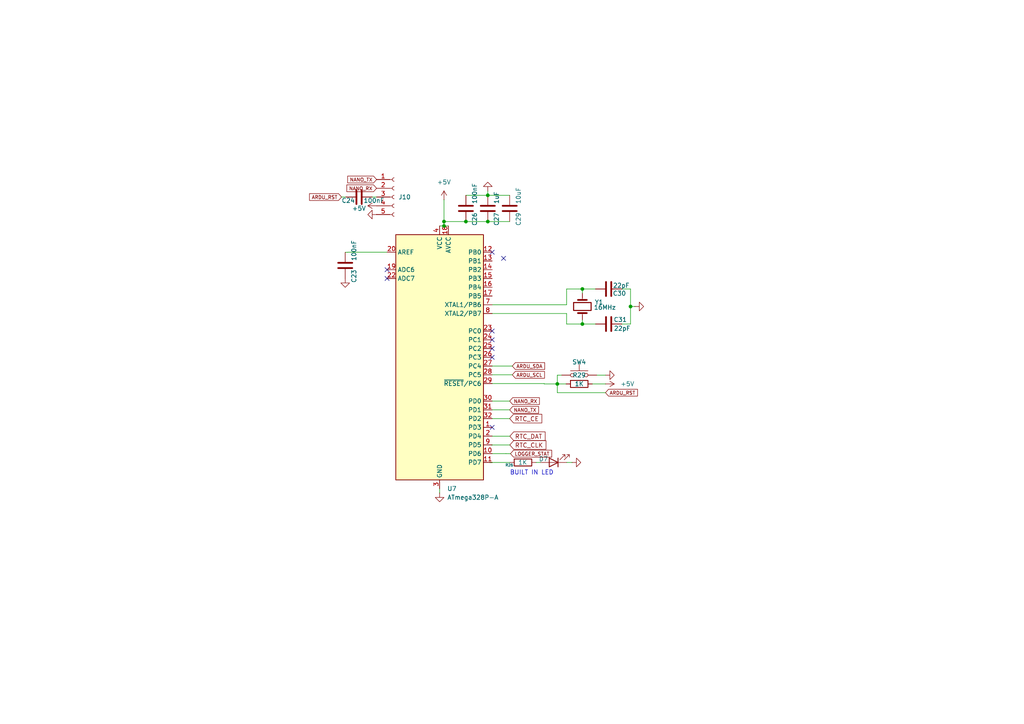
<source format=kicad_sch>
(kicad_sch (version 20250114) (generator "eeschema") (generator_version "9.0")
  (paper "A4")
  (lib_symbols
    (symbol "Connector:Conn_01x05_Socket" (pin_names (offset 1.016) (hide yes))
      (property "Reference" "J" (at 0 7.62 0))
      (property "Value" "Conn_01x05_Socket" (at 0 -7.62 0))
      (symbol "Conn_01x05_Socket_1_1"
        (polyline (pts (xy -1.27 5.08) (xy -0.508 5.08)) (stroke (width 0.1524)))
        (polyline (pts (xy -1.27 2.54) (xy -0.508 2.54)) (stroke (width 0.1524)))
        (polyline (pts (xy -1.27 0) (xy -0.508 0)) (stroke (width 0.1524)))
        (polyline (pts (xy -1.27 -2.54) (xy -0.508 -2.54)) (stroke (width 0.1524)))
        (polyline (pts (xy -1.27 -5.08) (xy -0.508 -5.08)) (stroke (width 0.1524)))
        (arc (start 0 4.572) (mid -0.5058 5.08) (end 0 5.588) (stroke (width 0.1524)))
        (arc (start 0 2.032) (mid -0.5058 2.54) (end 0 3.048) (stroke (width 0.1524)))
        (arc (start 0 -0.508) (mid -0.5058 0) (end 0 0.508) (stroke (width 0.1524)))
        (arc (start 0 -3.048) (mid -0.5058 -2.54) (end 0 -2.032) (stroke (width 0.1524)))
        (arc (start 0 -5.588) (mid -0.5058 -5.08) (end 0 -4.572) (stroke (width 0.1524)))
        (pin passive line (at -5.08 5.08 0) (length 3.81) (name "Pin_1") (number "1"))
        (pin passive line (at -5.08 2.54 0) (length 3.81) (name "Pin_2") (number "2"))
        (pin passive line (at -5.08 0 0) (length 3.81) (name "Pin_3") (number "3"))
        (pin passive line (at -5.08 -2.54 0) (length 3.81) (name "Pin_4") (number "4"))
        (pin passive line (at -5.08 -5.08 0) (length 3.81) (name "Pin_5") (number "5"))
      )
    )
    (symbol "Device:C" (pin_numbers (hide yes)) (pin_names (offset 0.254))
      (property "Reference" "C" (at 0.635 2.54 0))
      (property "Value" "C" (at 0.635 -2.54 0))
      (symbol "C_0_1"
        (polyline (pts (xy -2.032 0.762) (xy 2.032 0.762)) (stroke (width 0.508)))
        (polyline (pts (xy -2.032 -0.762) (xy 2.032 -0.762)) (stroke (width 0.508)))
      )
      (symbol "C_1_1"
        (pin passive line (at 0 3.81 270) (length 2.794) (name "~") (number "1"))
        (pin passive line (at 0 -3.81 90) (length 2.794) (name "~") (number "2"))
      )
    )
    (symbol "Device:Crystal" (pin_numbers (hide yes)) (pin_names (offset 1.016) (hide yes))
      (property "Reference" "Y" (at 0 3.81 0))
      (property "Value" "Crystal" (at 0 -3.81 0))
      (symbol "Crystal_0_1"
        (polyline (pts (xy -2.54 0) (xy -1.905 0)))
        (polyline (pts (xy -1.905 -1.27) (xy -1.905 1.27)) (stroke (width 0.508)))
        (rectangle (start -1.143 2.54) (end 1.143 -2.54) (stroke (width 0.3048)))
        (polyline (pts (xy 1.905 -1.27) (xy 1.905 1.27)) (stroke (width 0.508)))
        (polyline (pts (xy 2.54 0) (xy 1.905 0)))
      )
      (symbol "Crystal_1_1"
        (pin passive line (at -3.81 0 0) (length 1.27) (name "1") (number "1"))
        (pin passive line (at 3.81 0 180) (length 1.27) (name "2") (number "2"))
      )
    )
    (symbol "Device:LED" (pin_numbers (hide yes)) (pin_names (offset 1.016) (hide yes))
      (property "Reference" "D" (at 0 2.54 0))
      (property "Value" "LED" (at 0 -2.54 0))
      (symbol "LED_0_1"
        (polyline (pts (xy -3.048 -0.762) (xy -4.572 -2.286) (xy -3.81 -2.286) (xy -4.572 -2.286) (xy -4.572 -1.524)))
        (polyline (pts (xy -1.778 -0.762) (xy -3.302 -2.286) (xy -2.54 -2.286) (xy -3.302 -2.286) (xy -3.302 -1.524)))
        (polyline (pts (xy -1.27 0) (xy 1.27 0)))
        (polyline (pts (xy -1.27 -1.27) (xy -1.27 1.27)) (stroke (width 0.254)))
        (polyline (pts (xy 1.27 -1.27) (xy 1.27 1.27) (xy -1.27 0) (xy 1.27 -1.27)) (stroke (width 0.254)))
      )
      (symbol "LED_1_1"
        (pin passive line (at -3.81 0 0) (length 2.54) (name "K") (number "1"))
        (pin passive line (at 3.81 0 180) (length 2.54) (name "A") (number "2"))
      )
    )
    (symbol "Device:R" (pin_numbers (hide yes)) (pin_names (offset 0))
      (property "Reference" "R" (at 2.032 0 90))
      (property "Value" "R" (at 0 0 90))
      (symbol "R_0_1"
        (rectangle (start -1.016 -2.54) (end 1.016 2.54) (stroke (width 0.254)))
      )
      (symbol "R_1_1"
        (pin passive line (at 0 3.81 270) (length 1.27) (name "~") (number "1"))
        (pin passive line (at 0 -3.81 90) (length 1.27) (name "~") (number "2"))
      )
    )
    (symbol "MCU_Microchip_ATmega:ATmega328P-A"
      (property "Reference" "U" (at -12.7 36.83 0))
      (property "Value" "ATmega328P-A" (at 2.54 -36.83 0))
      (symbol "ATmega328P-A_0_1"
        (rectangle (start -12.7 -35.56) (end 12.7 35.56) (stroke (width 0.254)) (fill (type background)))
      )
      (symbol "ATmega328P-A_1_1"
        (pin passive line (at -15.24 30.48 0) (length 2.54) (name "AREF") (number "20"))
        (pin input line (at -15.24 25.4 0) (length 2.54) (name "ADC6") (number "19"))
        (pin input line (at -15.24 22.86 0) (length 2.54) (name "ADC7") (number "22"))
        (pin power_in line (at 0 38.1 270) (length 2.54) (name "VCC") (number "4"))
        (pin passive line (at 0 38.1 270) (length 2.54) (hide yes) (name "VCC") (number "6"))
        (pin passive line (at 0 -38.1 90) (length 2.54) (hide yes) (name "GND") (number "21"))
        (pin power_in line (at 0 -38.1 90) (length 2.54) (name "GND") (number "3"))
        (pin passive line (at 0 -38.1 90) (length 2.54) (hide yes) (name "GND") (number "5"))
        (pin power_in line (at 2.54 38.1 270) (length 2.54) (name "AVCC") (number "18"))
        (pin bidirectional line (at 15.24 30.48 180) (length 2.54) (name "PB0") (number "12"))
        (pin bidirectional line (at 15.24 27.94 180) (length 2.54) (name "PB1") (number "13"))
        (pin bidirectional line (at 15.24 25.4 180) (length 2.54) (name "PB2") (number "14"))
        (pin bidirectional line (at 15.24 22.86 180) (length 2.54) (name "PB3") (number "15"))
        (pin bidirectional line (at 15.24 20.32 180) (length 2.54) (name "PB4") (number "16"))
        (pin bidirectional line (at 15.24 17.78 180) (length 2.54) (name "PB5") (number "17"))
        (pin bidirectional line (at 15.24 15.24 180) (length 2.54) (name "XTAL1/PB6") (number "7"))
        (pin bidirectional line (at 15.24 12.7 180) (length 2.54) (name "XTAL2/PB7") (number "8"))
        (pin bidirectional line (at 15.24 7.62 180) (length 2.54) (name "PC0") (number "23"))
        (pin bidirectional line (at 15.24 5.08 180) (length 2.54) (name "PC1") (number "24"))
        (pin bidirectional line (at 15.24 2.54 180) (length 2.54) (name "PC2") (number "25"))
        (pin bidirectional line (at 15.24 0 180) (length 2.54) (name "PC3") (number "26"))
        (pin bidirectional line (at 15.24 -2.54 180) (length 2.54) (name "PC4") (number "27"))
        (pin bidirectional line (at 15.24 -5.08 180) (length 2.54) (name "PC5") (number "28"))
        (pin bidirectional line (at 15.24 -7.62 180) (length 2.54) (name "~{RESET}/PC6") (number "29"))
        (pin bidirectional line (at 15.24 -12.7 180) (length 2.54) (name "PD0") (number "30"))
        (pin bidirectional line (at 15.24 -15.24 180) (length 2.54) (name "PD1") (number "31"))
        (pin bidirectional line (at 15.24 -17.78 180) (length 2.54) (name "PD2") (number "32"))
        (pin bidirectional line (at 15.24 -20.32 180) (length 2.54) (name "PD3") (number "1"))
        (pin bidirectional line (at 15.24 -22.86 180) (length 2.54) (name "PD4") (number "2"))
        (pin bidirectional line (at 15.24 -25.4 180) (length 2.54) (name "PD5") (number "9"))
        (pin bidirectional line (at 15.24 -27.94 180) (length 2.54) (name "PD6") (number "10"))
        (pin bidirectional line (at 15.24 -30.48 180) (length 2.54) (name "PD7") (number "11"))
      )
    )
    (symbol "Switch:SW_Push" (pin_numbers (hide yes)) (pin_names (offset 1.016) (hide yes))
      (property "Reference" "SW" (at 1.27 2.54 0))
      (property "Value" "SW_Push" (at 0 -1.524 0))
      (symbol "SW_Push_0_1"
        (circle (center -2.032 0) (radius 0.508))
        (polyline (pts (xy 0 1.27) (xy 0 3.048)))
        (circle (center 2.032 0) (radius 0.508))
        (polyline (pts (xy 2.54 1.27) (xy -2.54 1.27)))
        (pin passive line (at -5.08 0 0) (length 2.54) (name "1") (number "1"))
        (pin passive line (at 5.08 0 180) (length 2.54) (name "2") (number "2"))
      )
    )
    (symbol "power:+5V" (power) (pin_numbers (hide yes)) (pin_names (offset 0) (hide yes))
      (property "Value" "+5V" (at 0 3.556 0))
      (symbol "+5V_0_1"
        (polyline (pts (xy -0.762 1.27) (xy 0 2.54)))
        (polyline (pts (xy 0 2.54) (xy 0.762 1.27)))
        (polyline (pts (xy 0 0) (xy 0 2.54)))
      )
      (symbol "+5V_1_1"
        (pin power_in line (at 0 0 90) (length 0) (name "~") (number "1"))
      )
    )
    (symbol "power:GND" (power) (pin_numbers (hide yes)) (pin_names (offset 0) (hide yes))
      (property "Value" "GND" (at 0 -3.81 0))
      (symbol "GND_0_1"
        (polyline (pts (xy 0 0) (xy 0 -1.27) (xy 1.27 -1.27) (xy 0 -2.54) (xy -1.27 -1.27) (xy 0 -1.27)))
      )
      (symbol "GND_1_1"
        (pin power_in line (at 0 0 270) (length 0) (name "~") (number "1"))
      )
    )
  )
  (text "BUILT IN LED" (at 154.2288 137.1854 0) (effects (font (size 1.27 1.27))))
  (junction (at 161.6456 111.3536))
  (junction (at 141.478 56.642))
  (junction (at 168.91 93.98))
  (junction (at 182.88 88.9))
  (junction (at 128.778 65.532))
  (junction (at 128.778 64.262))
  (junction (at 135.128 64.262))
  (junction (at 168.91 83.82))
  (junction (at 141.478 64.262))
  (no_connect (at 146.05 74.93))
  (no_connect (at 142.748 103.632))
  (no_connect (at 142.748 96.012))
  (no_connect (at 142.748 101.092))
  (no_connect (at 112.268 78.232))
  (no_connect (at 142.748 123.952))
  (no_connect (at 142.748 73.152))
  (no_connect (at 142.748 98.552))
  (no_connect (at 112.268 80.772))
  (wire (pts (xy 147.8788 126.5174) (xy 142.748 126.5174)))
  (wire (pts (xy 128.778 57.912) (xy 128.778 64.262)))
  (wire (pts (xy 164.338 90.932) (xy 164.338 93.98)))
  (wire (pts (xy 157.8356 111.252) (xy 157.8356 111.3536)))
  (wire (pts (xy 100.838 73.1774) (xy 100.838 73.152)))
  (wire (pts (xy 146.7564 131.5835) (xy 146.7564 131.572)))
  (wire (pts (xy 162.9156 108.8136) (xy 161.6456 108.8136)))
  (wire (pts (xy 161.6456 108.8136) (xy 161.6456 111.3536)))
  (wire (pts (xy 142.748 126.5174) (xy 142.748 126.492)))
  (wire (pts (xy 148.59 106.172) (xy 142.748 106.172)))
  (wire (pts (xy 128.778 64.262) (xy 135.128 64.262)))
  (wire (pts (xy 135.128 56.642) (xy 141.478 56.642)))
  (wire (pts (xy 127.508 65.532) (xy 128.778 65.532)))
  (wire (pts (xy 99.06 57.15) (xy 100.33 57.15)))
  (wire (pts (xy 142.748 90.932) (xy 164.338 90.932)))
  (wire (pts (xy 146.7564 131.572) (xy 142.748 131.572)))
  (wire (pts (xy 155.4988 134.1374) (xy 156.7688 134.1374)))
  (wire (pts (xy 164.338 83.82) (xy 164.338 88.392)))
  (wire (pts (xy 168.91 83.82) (xy 164.338 83.82)))
  (wire (pts (xy 175.6156 113.8936) (xy 161.6456 113.8936)))
  (wire (pts (xy 135.128 64.262) (xy 141.478 64.262)))
  (wire (pts (xy 128.778 65.532) (xy 130.048 65.532)))
  (wire (pts (xy 142.0368 134.112) (xy 142.748 134.112)))
  (wire (pts (xy 168.91 92.71) (xy 168.91 93.98)))
  (wire (pts (xy 168.91 83.82) (xy 168.91 85.09)))
  (wire (pts (xy 142.5448 129.032) (xy 142.748 129.032)))
  (wire (pts (xy 142.5448 129.0574) (xy 142.5448 129.032)))
  (wire (pts (xy 141.478 56.642) (xy 147.828 56.642)))
  (wire (pts (xy 100.838 73.152) (xy 112.268 73.152)))
  (wire (pts (xy 161.6456 113.8936) (xy 161.6456 111.3536)))
  (wire (pts (xy 128.778 65.532) (xy 128.778 64.262)))
  (wire (pts (xy 182.88 93.98) (xy 182.88 88.9)))
  (wire (pts (xy 147.828 121.412) (xy 142.748 121.412)))
  (wire (pts (xy 168.91 93.98) (xy 172.72 93.98)))
  (wire (pts (xy 172.72 83.82) (xy 168.91 83.82)))
  (wire (pts (xy 171.8056 111.3536) (xy 175.6156 111.3536)))
  (wire (pts (xy 161.6456 111.3536) (xy 164.1856 111.3536)))
  (wire (pts (xy 180.34 93.98) (xy 182.88 93.98)))
  (wire (pts (xy 147.8788 129.0574) (xy 142.5448 129.0574)))
  (wire (pts (xy 173.0756 108.8136) (xy 175.6156 108.8136)))
  (wire (pts (xy 107.95 57.15) (xy 109.22 57.15)))
  (wire (pts (xy 141.478 55.372) (xy 141.478 56.642)))
  (wire (pts (xy 127.508 141.732) (xy 127.508 143.002)))
  (wire (pts (xy 142.748 116.332) (xy 147.828 116.332)))
  (wire (pts (xy 148.59 108.712) (xy 142.748 108.712)))
  (wire (pts (xy 141.478 64.262) (xy 147.828 64.262)))
  (wire (pts (xy 142.748 118.872) (xy 147.828 118.872)))
  (wire (pts (xy 182.88 83.82) (xy 182.88 88.9)))
  (wire (pts (xy 180.34 83.82) (xy 182.88 83.82)))
  (wire (pts (xy 164.3888 134.1374) (xy 165.9128 134.1374)))
  (wire (pts (xy 168.91 93.98) (xy 164.338 93.98)))
  (wire (pts (xy 147.8788 134.1374) (xy 142.0368 134.1374)))
  (wire (pts (xy 142.748 111.252) (xy 157.8356 111.252)))
  (wire (pts (xy 182.88 88.9) (xy 184.15 88.9)))
  (wire (pts (xy 157.8356 111.3536) (xy 161.6456 111.3536)))
  (wire (pts (xy 142.748 88.392) (xy 164.338 88.392)))
  (wire (pts (xy 100.1268 73.1774) (xy 100.838 73.1774)))
  (wire (pts (xy 148.0646 131.5835) (xy 146.7564 131.5835)))
  (wire (pts (xy 142.0368 134.1374) (xy 142.0368 134.112)))
  (global_label "ARDU_SCL" (shape input) (at 148.59 108.712 0) (effects (font (size 1 1))) (property "Intersheetrefs" "${INTERSHEET_REFS}" (effects (hide yes))))
  (global_label "RTC_DAT" (shape input) (at 147.8788 126.5174 0) (property "Intersheetrefs" "${INTERSHEET_REFS}" (effects (hide yes))))
  (global_label "ARDU_RST" (shape input) (at 99.06 57.15 180) (effects (font (size 1 1))) (property "Intersheetrefs" "${INTERSHEET_REFS}" (effects (hide yes))))
  (global_label "NANO_TX" (shape input) (at 109.22 52.07 180) (effects (font (size 1 1))) (property "Intersheetrefs" "${INTERSHEET_REFS}" (effects (hide yes))))
  (global_label "NANO_TX" (shape input) (at 147.828 118.872 0) (effects (font (size 1 1))) (property "Intersheetrefs" "${INTERSHEET_REFS}" (effects (hide yes))))
  (global_label "ARDU_RST" (shape input) (at 175.6156 113.8936 0) (effects (font (size 1 1))) (property "Intersheetrefs" "${INTERSHEET_REFS}" (effects (hide yes))))
  (global_label "ARDU_SDA" (shape input) (at 148.59 106.172 0) (effects (font (size 1 1))) (property "Intersheetrefs" "${INTERSHEET_REFS}" (effects (hide yes))))
  (global_label "RTC_CE" (shape input) (at 147.828 121.412 0) (property "Intersheetrefs" "${INTERSHEET_REFS}" (effects (hide yes))))
  (global_label "NANO_RX" (shape input) (at 147.828 116.332 0) (effects (font (size 1 1))) (property "Intersheetrefs" "${INTERSHEET_REFS}" (effects (hide yes))))
  (global_label "NANO_RX" (shape input) (at 109.22 54.61 180) (effects (font (size 1 1))) (property "Intersheetrefs" "${INTERSHEET_REFS}" (effects (hide yes))))
  (global_label "LOGGER_STAT" (shape input) (at 148.0646 131.5835 0) (effects (font (size 1.016 1.016))) (property "Intersheetrefs" "${INTERSHEET_REFS}" (effects (hide yes))))
  (global_label "RTC_CLK" (shape input) (at 147.8788 129.0574 0) (property "Intersheetrefs" "${INTERSHEET_REFS}" (effects (hide yes))))
  (symbol (lib_id "Device:R") (at 167.9956 111.3536 270) (unit 1)
    (property "Reference" "R29" (at 167.9956 108.8136 90))
    (property "Value" "1K" (at 167.9956 111.3536 90))
    (property "Footprint" "Resistor_SMD:R_0603_1608Metric_Pad0.98x0.95mm_HandSolder" (effects (hide yes)))
    (property "LCSC" "C21190" (effects (hide yes)))
    (property "Order  Status" "Ordered" (effects (hide yes)))
    (property "Order Link" "https://shopee.ph/100pcs-0603-SMD-1-8W-chip-resistor-resistors-0-ohm-~-10M-0R-1K-4.7K-4K7-10K-100K-1-10-100-220-330-ohm-0R-1R-10R-100R-220R-330R-electronic-component-i.1274879578.26101945401?sp_atk=a238357b-041a-4ed0-b33c-ff60b12244f9&xptdk=a238357b-041a-4ed0-b33c-ff60b12244f9" (effects (hide yes)))
  )
  (symbol (lib_id "Device:C") (at 141.478 60.452 0) (unit 1)
    (property "Reference" "C27" (at 144.018 65.532 90) (effects (justify left)))
    (property "Value" "1uF" (at 144.018 59.182 90) (effects (justify left)))
    (property "Footprint" "Capacitor_SMD:C_0805_2012Metric_Pad1.18x1.45mm_HandSolder" (effects (hide yes)))
    (property "LCSC" "C52923" (effects (hide yes)))
    (property "Order  Status" "Ordered" (effects (hide yes)))
    (property "Order Link" "https://shopee.ph/500pcs-0805-Chip-Capacitors-SMD-22P-100P-102K1NF-103K-10NF-104K-0.1UF-i.1172373435.24160699467?sp_atk=628b2bb1-ae8b-4207-8fc9-beb5da2c166c&xptdk=628b2bb1-ae8b-4207-8fc9-beb5da2c166c" (effects (hide yes)))
  )
  (symbol (lib_id "power:GND") (at 141.478 55.372 180) (unit 1)
    (property "Reference" "#PWR081" (effects (hide yes)))
    (property "Value" "GND" (effects (hide yes)))
    (property "Description" "Power symbol creates a global label with name \"GND\" , ground" (effects (hide yes)))
  )
  (symbol (lib_id "power:GND") (at 109.22 62.23 270) (unit 1)
    (property "Reference" "#PWR072" (effects (hide yes)))
    (property "Value" "GND" (effects (hide yes)))
    (property "Description" "Power symbol creates a global label with name \"GND\" , ground" (effects (hide yes)))
  )
  (symbol (lib_id "MCU_Microchip_ATmega:ATmega328P-A") (at 127.508 103.632 0) (unit 1)
    (property "Reference" "U7" (at 129.7021 141.732 0) (effects (justify left)))
    (property "Value" "ATmega328P-A" (at 129.7021 144.272 0) (effects (justify left)))
    (property "Footprint" "Package_QFP:TQFP-32_7x7mm_P0.8mm" (effects (hide yes)))
    (property "Datasheet" "http://ww1.microchip.com/downloads/en/DeviceDoc/ATmega328_P%20AVR%20MCU%20with%20picoPower%20Technology%20Data%20Sheet%2040001984A.pdf" (effects (hide yes)))
    (property "LCSC" "C14877" (effects (hide yes)))
    (property "Order  Status" "Ordered" (effects (hide yes)))
    (property "Order Link" "https://shopee.ph/MCXK-E-TQFP-32-ATMEGA328P-AU-ATMEGA328P-SOP32-Microcontroller-Integrated-Circuit-i.1212628285.25320235675?sp_atk=9afd2f90-f893-4465-9c7f-8e66aeed4d64&xptdk=9afd2f90-f893-4465-9c7f-8e66aeed4d64" (effects (hide yes)))
  )
  (symbol (lib_id "Device:C") (at 104.14 57.15 270) (unit 1)
    (property "Reference" "C24" (at 99.06 58.166 90) (effects (justify left)))
    (property "Value" "100nF" (at 105.41 58.166 90) (effects (justify left)))
    (property "Footprint" "Capacitor_SMD:C_0805_2012Metric_Pad1.18x1.45mm_HandSolder" (effects (hide yes)))
    (property "LCSC" " C60474" (effects (hide yes)))
    (property "Order  Status" "Ordered" (effects (hide yes)))
    (property "Order Link" "https://shopee.ph/500pcs-0805-Chip-Capacitors-SMD-22P-100P-102K1NF-103K-10NF-104K-0.1UF-i.1172373435.24160699467?sp_atk=628b2bb1-ae8b-4207-8fc9-beb5da2c166c&xptdk=628b2bb1-ae8b-4207-8fc9-beb5da2c166c" (effects (hide yes)))
  )
  (symbol (lib_id "Device:C") (at 135.128 60.452 0) (unit 1)
    (property "Reference" "C26" (at 137.668 65.532 90) (effects (justify left)))
    (property "Value" "100nF" (at 137.668 59.182 90) (effects (justify left)))
    (property "Footprint" "Capacitor_SMD:C_0805_2012Metric_Pad1.18x1.45mm_HandSolder" (effects (hide yes)))
    (property "LCSC" " C60474" (effects (hide yes)))
    (property "Order  Status" "Ordered" (effects (hide yes)))
    (property "Order Link" "https://shopee.ph/500pcs-0805-Chip-Capacitors-SMD-22P-100P-102K1NF-103K-10NF-104K-0.1UF-i.1172373435.24160699467?sp_atk=628b2bb1-ae8b-4207-8fc9-beb5da2c166c&xptdk=628b2bb1-ae8b-4207-8fc9-beb5da2c166c" (effects (hide yes)))
  )
  (symbol (lib_id "power:+5V") (at 109.22 59.69 90) (mirror x) (unit 1)
    (property "Reference" "#PWR071" (effects (hide yes)))
    (property "Value" "+5V" (at 106.172 60.452 90) (effects (justify left)))
    (property "Description" "Power symbol creates a global label with name \"+5V\"" (effects (hide yes)))
  )
  (symbol (lib_id "Device:C") (at 176.53 83.82 90) (unit 1)
    (property "Reference" "C30" (at 181.61 85.09 90) (effects (justify left)))
    (property "Value" "22pF" (at 182.626 82.804 90) (effects (justify left)))
    (property "Footprint" "Capacitor_SMD:C_0805_2012Metric_Pad1.18x1.45mm_HandSolder" (effects (hide yes)))
    (property "LCSC" "C96446" (effects (hide yes)))
    (property "Order  Status" "Ordered" (effects (hide yes)))
    (property "Order Link" "https://shopee.ph/500pcs-0805-Chip-Capacitors-SMD-22P-100P-102K1NF-103K-10NF-104K-0.1UF-i.1172373435.24160699467?sp_atk=628b2bb1-ae8b-4207-8fc9-beb5da2c166c&xptdk=628b2bb1-ae8b-4207-8fc9-beb5da2c166c" (effects (hide yes)))
  )
  (symbol (lib_id "power:+5V") (at 175.6156 111.3536 270) (mirror x) (unit 1)
    (property "Reference" "#PWR088" (effects (hide yes)))
    (property "Value" "+5V" (at 179.9336 111.3535 90) (effects (justify left)))
    (property "Description" "Power symbol creates a global label with name \"+5V\"" (effects (hide yes)))
  )
  (symbol (lib_id "Device:Crystal") (at 168.91 88.9 90) (unit 1)
    (property "Reference" "Y1" (at 172.466 87.63 90) (effects (justify right)))
    (property "Value" "16MHz" (at 172.212 89.154 90) (effects (justify right)))
    (property "Footprint" "Crystal:Crystal_HC49-4H_Vertical" (effects (hide yes)))
    (property "Description" "Two pin crystal" (effects (hide yes)))
    (property "Order Link" "https://shopee.ph/10Pcs-Crystal-Oscillator-HC49S-Quartz-Crystal-Resonator-Passive-Oscillator-4Mhz-6Mhz-8Mhz-12Mhz-16Mhz-20Mhz-24Mhz-32.768K-32.768K-i.720292301.18524620480?sp_atk=304058d8-92f2-4ed8-b12a-30e237e006ba&xptdk=304058d8-92f2-4ed8-b12a-30e237e006ba" (effects (hide yes)))
    (property "Order  Status" "Ordered" (effects (hide yes)))
  )
  (symbol (lib_id "power:GND") (at 127.508 143.002 0) (unit 1)
    (property "Reference" "#PWR074" (effects (hide yes)))
    (property "Value" "GND" (effects (hide yes)))
    (property "Description" "Power symbol creates a global label with name \"GND\" , ground" (effects (hide yes)))
  )
  (symbol (lib_id "power:GND") (at 175.6156 108.8136 90) (unit 1)
    (property "Reference" "#PWR087" (effects (hide yes)))
    (property "Value" "GND" (effects (hide yes)))
    (property "Description" "Power symbol creates a global label with name \"GND\" , ground" (effects (hide yes)))
  )
  (symbol (lib_id "Device:C") (at 147.828 60.452 0) (unit 1)
    (property "Reference" "C29" (at 150.368 65.532 90) (effects (justify left)))
    (property "Value" "10uF" (at 150.368 59.182 90) (effects (justify left)))
    (property "Footprint" "Capacitor_SMD:C_0805_2012Metric_Pad1.18x1.45mm_HandSolder" (effects (hide yes)))
    (property "LCSC" "C96446" (effects (hide yes)))
    (property "Order  Status" "Ordered" (effects (hide yes)))
    (property "Order Link" "https://shopee.ph/500pcs-0805-Chip-Capacitors-SMD-22P-100P-102K1NF-103K-10NF-104K-0.1UF-i.1172373435.24160699467?sp_atk=628b2bb1-ae8b-4207-8fc9-beb5da2c166c&xptdk=628b2bb1-ae8b-4207-8fc9-beb5da2c166c" (effects (hide yes)))
  )
  (symbol (lib_id "power:GND") (at 184.15 88.9 90) (unit 1)
    (property "Reference" "#PWR090" (effects (hide yes)))
    (property "Value" "GND" (effects (hide yes)))
    (property "Description" "Power symbol creates a global label with name \"GND\" , ground" (effects (hide yes)))
  )
  (symbol (lib_id "Device:R") (at 151.6888 134.1374 90) (unit 1)
    (property "Reference" "R26" (at 148.8948 134.8994 90) (effects (font (size 0.762 0.762)) (justify left)))
    (property "Value" "1K" (at 152.9588 134.1374 90) (effects (justify left)))
    (property "Footprint" "Resistor_SMD:R_0603_1608Metric_Pad0.98x0.95mm_HandSolder" (effects (hide yes)))
    (property "LCSC" "C21190" (effects (hide yes)))
    (property "Order  Status" "Ordered" (effects (hide yes)))
    (property "Order Link" "https://shopee.ph/100pcs-0603-SMD-1-8W-chip-resistor-resistors-0-ohm-~-10M-0R-1K-4.7K-4K7-10K-100K-1-10-100-220-330-ohm-0R-1R-10R-100R-220R-330R-electronic-component-i.1274879578.26101945401?sp_atk=a238357b-041a-4ed0-b33c-ff60b12244f9&xptdk=a238357b-041a-4ed0-b33c-ff60b12244f9" (effects (hide yes)))
  )
  (symbol (lib_id "Connector:Conn_01x05_Socket") (at 114.3 57.15 0) (unit 1)
    (property "Reference" "J10" (at 115.57 57.1499 0) (effects (justify left)))
    (property "Value" "Conn_01x05_Socket" (effects (hide yes)))
    (property "Footprint" "Connector_PinHeader_2.54mm:PinHeader_1x05_P2.54mm_Vertical" (effects (hide yes)))
    (property "Description" "Generic connector, single row, 01x05, script generated" (effects (hide yes)))
    (property "Order  Status" "Ordered" (effects (hide yes)))
  )
  (symbol (lib_id "Switch:SW_Push") (at 167.9956 108.8136 0) (unit 1)
    (property "Reference" "SW4" (at 167.9956 105.0036 0))
    (property "Value" "SW_Push" (effects (hide yes)))
    (property "Footprint" "Button_Switch_SMD:SW_SPST_CK_RS282G05A3" (effects (hide yes)))
    (property "LCSC" "C2689642" (effects (hide yes)))
    (property "Order  Status" "Ordered" (effects (hide yes)))
    (property "Order Link" "https://shopee.ph/10PCS-3*6-3*4-4*4-SMD-Tactile-Tact-Push-Button-Switch-2Pin-4Pin-Touch-Micro-Switch-3x4x2-3x6x4.3-3x6x2.5-3x6x5-4x4x1.5-4*4*2.5-i.56540719.25129018555?sp_atk=07d1eefb-17b3-4dd1-9f9c-780a798bab70&xptdk=07d1eefb-17b3-4dd1-9f9c-780a798bab70" (effects (hide yes)))
  )
  (symbol (lib_id "power:GND") (at 100.1268 80.7974 0) (unit 1)
    (property "Reference" "#PWR067" (effects (hide yes)))
    (property "Value" "GND" (effects (hide yes)))
    (property "Description" "Power symbol creates a global label with name \"GND\" , ground" (effects (hide yes)))
  )
  (symbol (lib_id "Device:C") (at 176.53 93.98 90) (unit 1)
    (property "Reference" "C31" (at 181.864 92.71 90) (effects (justify left)))
    (property "Value" "22pF" (at 182.88 95.25 90) (effects (justify left)))
    (property "Footprint" "Capacitor_SMD:C_0805_2012Metric_Pad1.18x1.45mm_HandSolder" (effects (hide yes)))
    (property "LCSC" "C96446" (effects (hide yes)))
    (property "Order  Status" "Ordered" (effects (hide yes)))
    (property "Order Link" "https://shopee.ph/500pcs-0805-Chip-Capacitors-SMD-22P-100P-102K1NF-103K-10NF-104K-0.1UF-i.1172373435.24160699467?sp_atk=628b2bb1-ae8b-4207-8fc9-beb5da2c166c&xptdk=628b2bb1-ae8b-4207-8fc9-beb5da2c166c" (effects (hide yes)))
  )
  (symbol (lib_id "power:+5V") (at 128.778 57.912 0) (mirror y) (unit 1)
    (property "Reference" "#PWR075" (effects (hide yes)))
    (property "Value" "+5V" (at 128.778 52.832 0))
    (property "Description" "Power symbol creates a global label with name \"+5V\"" (effects (hide yes)))
  )
  (symbol (lib_id "Device:C") (at 100.1268 76.9874 0) (unit 1)
    (property "Reference" "C23" (at 102.6668 82.0674 90) (effects (justify left)))
    (property "Value" "100nF" (at 102.6668 75.7174 90) (effects (justify left)))
    (property "Footprint" "Capacitor_SMD:C_0805_2012Metric_Pad1.18x1.45mm_HandSolder" (effects (hide yes)))
    (property "LCSC" " C60474" (effects (hide yes)))
    (property "Order  Status" "Ordered" (effects (hide yes)))
    (property "Order Link" "https://shopee.ph/500pcs-0805-Chip-Capacitors-SMD-22P-100P-102K1NF-103K-10NF-104K-0.1UF-i.1172373435.24160699467?sp_atk=628b2bb1-ae8b-4207-8fc9-beb5da2c166c&xptdk=628b2bb1-ae8b-4207-8fc9-beb5da2c166c" (effects (hide yes)))
  )
  (symbol (lib_id "power:GND") (at 165.9128 134.1374 90) (unit 1)
    (property "Reference" "#PWR084" (effects (hide yes)))
    (property "Value" "GND" (effects (hide yes)))
    (property "Description" "Power symbol creates a global label with name \"GND\" , ground" (effects (hide yes)))
  )
  (symbol (lib_id "Device:LED") (at 160.5788 134.1374 180) (unit 1)
    (property "Reference" "D7" (at 156.2608 133.1214 0) (effects (justify right)))
    (property "Value" "LED" (effects (hide yes)))
    (property "Footprint" "LED_SMD:LED_0805_2012Metric_Pad1.15x1.40mm_HandSolder" (effects (hide yes)))
    (property "LCSC" "C2297" (effects (hide yes)))
    (property "Order  Status" "Ordered" (effects (hide yes)))
    (property "Order Link" "https://shopee.ph/SMD-0805-1206-Led-Set-Kit-5-Colors-X20pcs-100pcs-Red-Green-Blue-Yellow-White-LED-Light-Diode-Free-Shipping!-KIT-i.487295469.12008658147?sp_atk=bddc83f1-a0ad-45bc-9eeb-fab376d6480c&xptdk=bddc83f1-a0ad-45bc-9eeb-fab376d6480c" (effects (hide yes)))
  )
)
</source>
